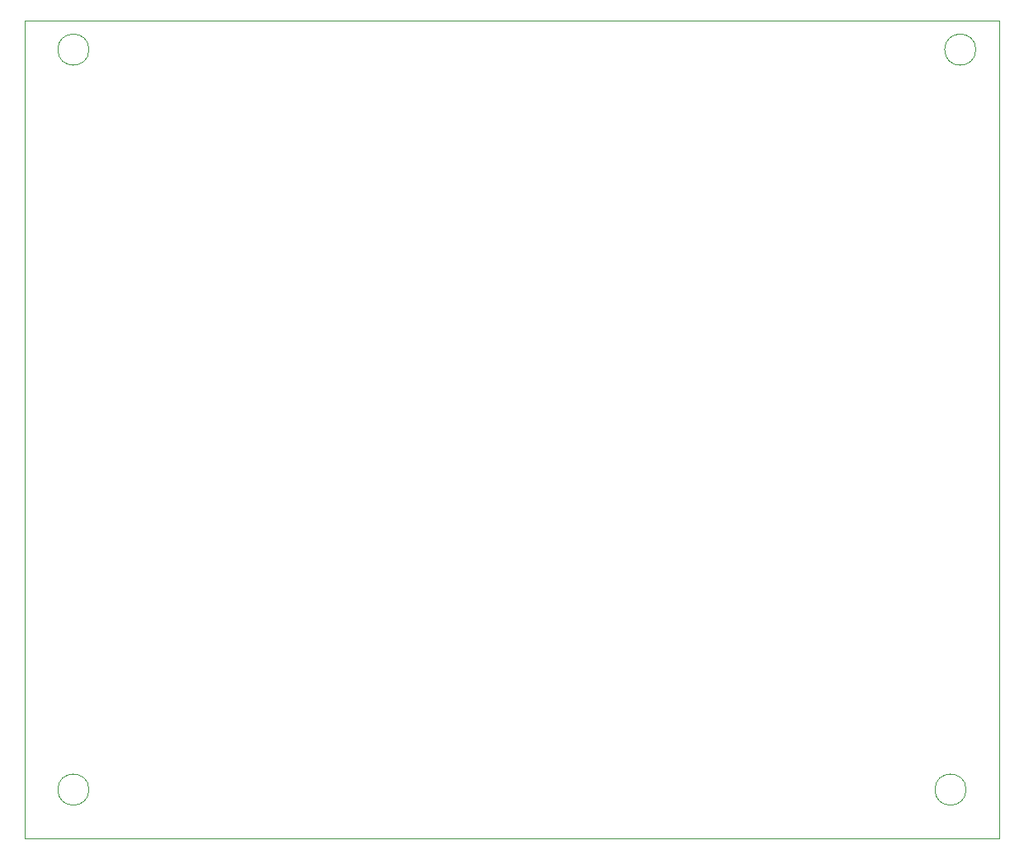
<source format=gm1>
G04 #@! TF.GenerationSoftware,KiCad,Pcbnew,8.0.8*
G04 #@! TF.CreationDate,2025-01-25T18:59:26+09:00*
G04 #@! TF.ProjectId,LM13700_VCA,4c4d3133-3730-4305-9f56-43412e6b6963,rev?*
G04 #@! TF.SameCoordinates,Original*
G04 #@! TF.FileFunction,Profile,NP*
%FSLAX46Y46*%
G04 Gerber Fmt 4.6, Leading zero omitted, Abs format (unit mm)*
G04 Created by KiCad (PCBNEW 8.0.8) date 2025-01-25 18:59:26*
%MOMM*%
%LPD*%
G01*
G04 APERTURE LIST*
G04 #@! TA.AperFunction,Profile*
%ADD10C,0.050000*%
G04 #@! TD*
G04 APERTURE END LIST*
D10*
X134600000Y-27000000D02*
G75*
G02*
X131400000Y-27000000I-1600000J0D01*
G01*
X131400000Y-27000000D02*
G75*
G02*
X134600000Y-27000000I1600000J0D01*
G01*
X43600000Y-103000000D02*
G75*
G02*
X40400000Y-103000000I-1600000J0D01*
G01*
X40400000Y-103000000D02*
G75*
G02*
X43600000Y-103000000I1600000J0D01*
G01*
X133600000Y-103000000D02*
G75*
G02*
X130400000Y-103000000I-1600000J0D01*
G01*
X130400000Y-103000000D02*
G75*
G02*
X133600000Y-103000000I1600000J0D01*
G01*
X37000000Y-24000000D02*
X137000000Y-24000000D01*
X137000000Y-108000000D01*
X37000000Y-108000000D01*
X37000000Y-24000000D01*
X43600000Y-27000000D02*
G75*
G02*
X40400000Y-27000000I-1600000J0D01*
G01*
X40400000Y-27000000D02*
G75*
G02*
X43600000Y-27000000I1600000J0D01*
G01*
M02*

</source>
